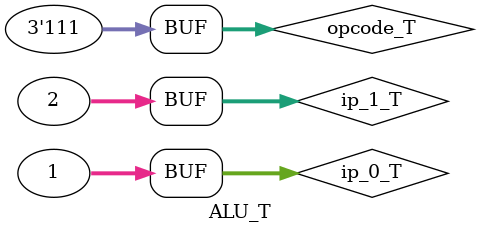
<source format=v>
`timescale 1ns / 1ps


module ALU_T(

    );
    //create testing vars
     reg [31:0] ip_0_T; 
     reg [31:0] ip_1_T; 
     wire [31:0] op_0_T;
     reg [2:0] opcode_T; 
     wire change_pc_T;  
     
     //initalize ALU for testing
    ALU UUT(  .ip_0(ip_0_T), 
            .ip_1(ip_1_T), 
            .op_0(op_0_T), 
            .opcode(opcode_T), 
            .change_pc(change_pc_T)
            ); 
    initial begin 
        ip_1_T = 2; 
        ip_0_T = 1;
        
        #20 opcode_T = 2;
        #20 opcode_T = 3; 
        #20 opcode_T = 4;
        #20 opcode_T = 5; 
        #20 opcode_T  =6; 
        #20 opcode_T = 7; 
         
        
    end 
    
    
endmodule

</source>
